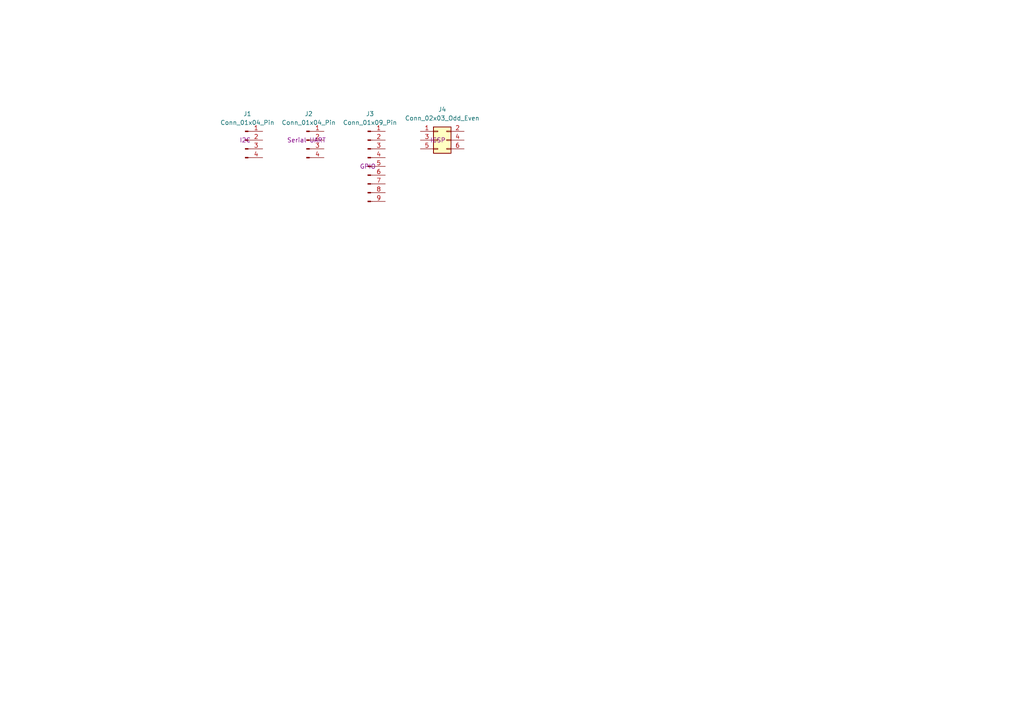
<source format=kicad_sch>
(kicad_sch (version 20250114) (generator "eeschema") (generator_version "9.0")
  (paper "A4")
  (lib_symbols
    (symbol "Connector:Conn_01x04_Pin" (pin_names (offset 1.016) (hide yes))
      (property "Reference" "J" (at 0 5.08 0))
      (property "Value" "Conn_01x04_Pin" (at 0 -7.62 0))
      (symbol "Conn_01x04_Pin_1_1"
        (rectangle (start 0.8636 2.667) (end 0 2.413) (stroke (width 0.1524)) (fill (type outline)))
        (rectangle (start 0.8636 0.127) (end 0 -0.127) (stroke (width 0.1524)) (fill (type outline)))
        (rectangle (start 0.8636 -2.413) (end 0 -2.667) (stroke (width 0.1524)) (fill (type outline)))
        (rectangle (start 0.8636 -4.953) (end 0 -5.207) (stroke (width 0.1524)) (fill (type outline)))
        (polyline (pts (xy 1.27 2.54) (xy 0.8636 2.54)) (stroke (width 0.1524)))
        (polyline (pts (xy 1.27 0) (xy 0.8636 0)) (stroke (width 0.1524)))
        (polyline (pts (xy 1.27 -2.54) (xy 0.8636 -2.54)) (stroke (width 0.1524)))
        (polyline (pts (xy 1.27 -5.08) (xy 0.8636 -5.08)) (stroke (width 0.1524)))
        (pin passive line (at 5.08 2.54 180) (length 3.81) (name "Pin_1") (number "1"))
        (pin passive line (at 5.08 0 180) (length 3.81) (name "Pin_2") (number "2"))
        (pin passive line (at 5.08 -2.54 180) (length 3.81) (name "Pin_3") (number "3"))
        (pin passive line (at 5.08 -5.08 180) (length 3.81) (name "Pin_4") (number "4"))
      )
    )
    (symbol "Connector:Conn_01x09_Pin" (pin_names (offset 1.016) (hide yes))
      (property "Reference" "J" (at 0 12.7 0))
      (property "Value" "Conn_01x09_Pin" (at 0 -12.7 0))
      (symbol "Conn_01x09_Pin_1_1"
        (rectangle (start 0.8636 10.287) (end 0 10.033) (stroke (width 0.1524)) (fill (type outline)))
        (rectangle (start 0.8636 7.747) (end 0 7.493) (stroke (width 0.1524)) (fill (type outline)))
        (rectangle (start 0.8636 5.207) (end 0 4.953) (stroke (width 0.1524)) (fill (type outline)))
        (rectangle (start 0.8636 2.667) (end 0 2.413) (stroke (width 0.1524)) (fill (type outline)))
        (rectangle (start 0.8636 0.127) (end 0 -0.127) (stroke (width 0.1524)) (fill (type outline)))
        (rectangle (start 0.8636 -2.413) (end 0 -2.667) (stroke (width 0.1524)) (fill (type outline)))
        (rectangle (start 0.8636 -4.953) (end 0 -5.207) (stroke (width 0.1524)) (fill (type outline)))
        (rectangle (start 0.8636 -7.493) (end 0 -7.747) (stroke (width 0.1524)) (fill (type outline)))
        (rectangle (start 0.8636 -10.033) (end 0 -10.287) (stroke (width 0.1524)) (fill (type outline)))
        (polyline (pts (xy 1.27 10.16) (xy 0.8636 10.16)) (stroke (width 0.1524)))
        (polyline (pts (xy 1.27 7.62) (xy 0.8636 7.62)) (stroke (width 0.1524)))
        (polyline (pts (xy 1.27 5.08) (xy 0.8636 5.08)) (stroke (width 0.1524)))
        (polyline (pts (xy 1.27 2.54) (xy 0.8636 2.54)) (stroke (width 0.1524)))
        (polyline (pts (xy 1.27 0) (xy 0.8636 0)) (stroke (width 0.1524)))
        (polyline (pts (xy 1.27 -2.54) (xy 0.8636 -2.54)) (stroke (width 0.1524)))
        (polyline (pts (xy 1.27 -5.08) (xy 0.8636 -5.08)) (stroke (width 0.1524)))
        (polyline (pts (xy 1.27 -7.62) (xy 0.8636 -7.62)) (stroke (width 0.1524)))
        (polyline (pts (xy 1.27 -10.16) (xy 0.8636 -10.16)) (stroke (width 0.1524)))
        (pin passive line (at 5.08 10.16 180) (length 3.81) (name "Pin_1") (number "1"))
        (pin passive line (at 5.08 7.62 180) (length 3.81) (name "Pin_2") (number "2"))
        (pin passive line (at 5.08 5.08 180) (length 3.81) (name "Pin_3") (number "3"))
        (pin passive line (at 5.08 2.54 180) (length 3.81) (name "Pin_4") (number "4"))
        (pin passive line (at 5.08 0 180) (length 3.81) (name "Pin_5") (number "5"))
        (pin passive line (at 5.08 -2.54 180) (length 3.81) (name "Pin_6") (number "6"))
        (pin passive line (at 5.08 -5.08 180) (length 3.81) (name "Pin_7") (number "7"))
        (pin passive line (at 5.08 -7.62 180) (length 3.81) (name "Pin_8") (number "8"))
        (pin passive line (at 5.08 -10.16 180) (length 3.81) (name "Pin_9") (number "9"))
      )
    )
    (symbol "Connector_Generic:Conn_02x03_Odd_Even" (pin_names (offset 1.016) (hide yes))
      (property "Reference" "J" (at 1.27 5.08 0))
      (property "Value" "Conn_02x03_Odd_Even" (at 1.27 -5.08 0))
      (symbol "Conn_02x03_Odd_Even_1_1"
        (rectangle (start -1.27 3.81) (end 3.81 -3.81) (stroke (width 0.254)) (fill (type background)))
        (rectangle (start -1.27 2.667) (end 0 2.413) (stroke (width 0.1524)))
        (rectangle (start -1.27 0.127) (end 0 -0.127) (stroke (width 0.1524)))
        (rectangle (start -1.27 -2.413) (end 0 -2.667) (stroke (width 0.1524)))
        (rectangle (start 3.81 2.667) (end 2.54 2.413) (stroke (width 0.1524)))
        (rectangle (start 3.81 0.127) (end 2.54 -0.127) (stroke (width 0.1524)))
        (rectangle (start 3.81 -2.413) (end 2.54 -2.667) (stroke (width 0.1524)))
        (pin passive line (at -5.08 2.54 0) (length 3.81) (name "Pin_1") (number "1"))
        (pin passive line (at -5.08 0 0) (length 3.81) (name "Pin_3") (number "3"))
        (pin passive line (at -5.08 -2.54 0) (length 3.81) (name "Pin_5") (number "5"))
        (pin passive line (at 7.62 2.54 180) (length 3.81) (name "Pin_2") (number "2"))
        (pin passive line (at 7.62 0 180) (length 3.81) (name "Pin_4") (number "4"))
        (pin passive line (at 7.62 -2.54 180) (length 3.81) (name "Pin_6") (number "6"))
      )
    )
  )
  (symbol (lib_id "Connector:Conn_01x09_Pin") (at 106.68 48.26 0) (unit 1)
    (property "Reference" "J3" (at 107.315 33.02 0))
    (property "Value" "Conn_01x09_Pin" (at 107.315 35.56 0))
    (property "Description" "Generic connector, single row, 01x09, script generated" (effects (hide yes)))
    (property "Purpose" "GPIO" (at 106.68 48.26 0))
  )
  (symbol (lib_id "Connector:Conn_01x04_Pin") (at 71.12 40.64 0) (unit 1)
    (property "Reference" "J1" (at 71.755 33.02 0))
    (property "Value" "Conn_01x04_Pin" (at 71.755 35.56 0))
    (property "Description" "Generic connector, single row, 01x04, script generated" (effects (hide yes)))
    (property "Purpose" "I2C" (at 71.12 40.64 0))
  )
  (symbol (lib_id "Connector:Conn_01x04_Pin") (at 88.9 40.64 0) (unit 1)
    (property "Reference" "J2" (at 89.535 33.02 0))
    (property "Value" "Conn_01x04_Pin" (at 89.535 35.56 0))
    (property "Description" "Generic connector, single row, 01x04, script generated" (effects (hide yes)))
    (property "Purpose" "Serial UART" (at 88.9 40.64 0))
  )
  (symbol (lib_id "Connector_Generic:Conn_02x03_Odd_Even") (at 127 40.64 0) (unit 1)
    (property "Reference" "J4" (at 128.27 31.75 0))
    (property "Value" "Conn_02x03_Odd_Even" (at 128.27 34.29 0))
    (property "Description" "Generic connector, double row, 02x03, odd/even pin numbering scheme (row 1 odd numbers, row 2 even numbers), script generated (kicad-library-utils/schlib/autogen/connector/)" (effects (hide yes)))
    (property "Purpose" "ICSP" (at 127 40.64 0))
  )
)
</source>
